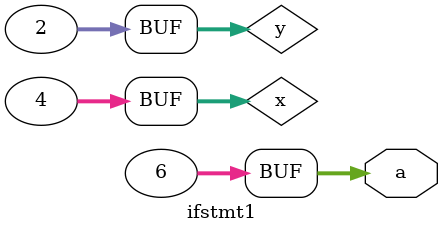
<source format=v>
module ifstmt1 (output reg [31:0] a);
   parameter Z = 0;

   integer x, y;

   initial begin
      if(Z == 0) begin
         if (0) x = 1;
         else x = 4;

         if (1'b1) begin
            y = 2;
         end
         else begin
            y = 3;
         end
      end
      else begin
         if (1) x = 1;
         else x = 4;

         if (0) begin
            y = 2;
         end
         else begin
            y = 3;
         end
      end
   end

   generate
      if (1) begin
   always @(*) begin
            a = x + y;
   end
      end
      else begin
         always @(*) begin
            a = x * y;
         end
      end
   endgenerate

   always @(*) begin
      $display(a);
   end

endmodule

</source>
